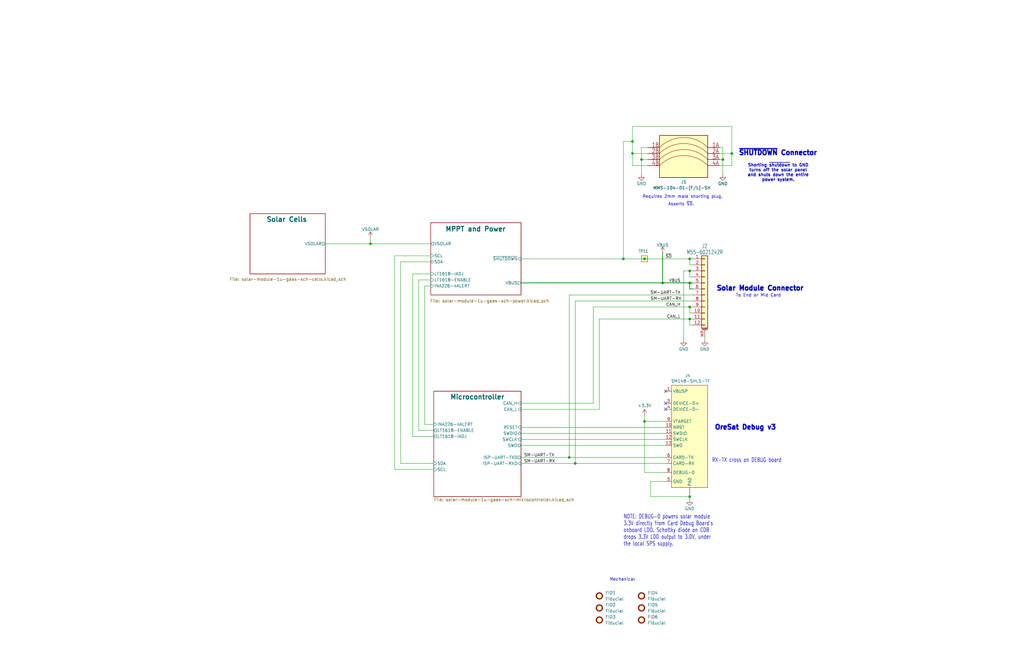
<source format=kicad_sch>
(kicad_sch (version 20250114) (generator "eeschema") (generator_version "9.0")
  (paper "USLedger")
  (title_block (title "OreSat Solar Module: GaAs + MCXN") (date "2026-02-23") (rev "1.1") (company "Portland State Aerospace Society"))
  (lib_symbols
    (symbol "Connector_Generic_MountingPin:Conn_01x12_MountingPin" (pin_names (offset 1.016) (hide yes))
      (property "Reference" "J" (at 0 15.24 0))
      (property "Value" "Conn_01x12_MountingPin" (at 1.27 -17.78 0))
      (symbol "Conn_01x12_MountingPin_1_1"
        (rectangle (start -1.27 13.97) (end 1.27 -16.51) (stroke (width 0.254)) (fill (type background)))
        (rectangle (start -1.27 12.827) (end 0 12.573) (stroke (width 0.1524)))
        (rectangle (start -1.27 10.287) (end 0 10.033) (stroke (width 0.1524)))
        (rectangle (start -1.27 7.747) (end 0 7.493) (stroke (width 0.1524)))
        (rectangle (start -1.27 5.207) (end 0 4.953) (stroke (width 0.1524)))
        (rectangle (start -1.27 2.667) (end 0 2.413) (stroke (width 0.1524)))
        (rectangle (start -1.27 0.127) (end 0 -0.127) (stroke (width 0.1524)))
        (rectangle (start -1.27 -2.413) (end 0 -2.667) (stroke (width 0.1524)))
        (rectangle (start -1.27 -4.953) (end 0 -5.207) (stroke (width 0.1524)))
        (rectangle (start -1.27 -7.493) (end 0 -7.747) (stroke (width 0.1524)))
        (rectangle (start -1.27 -10.033) (end 0 -10.287) (stroke (width 0.1524)))
        (rectangle (start -1.27 -12.573) (end 0 -12.827) (stroke (width 0.1524)))
        (rectangle (start -1.27 -15.113) (end 0 -15.367) (stroke (width 0.1524)))
        (polyline (pts (xy -1.016 -17.272) (xy 1.016 -17.272)) (stroke (width 0.1524)))
        (text "Mounting" (at 0 -16.891 0) (effects (font (size 0.381 0.381))))
        (pin passive line (at -5.08 12.7 0) (length 3.81) (name "Pin_1") (number "1"))
        (pin passive line (at -5.08 10.16 0) (length 3.81) (name "Pin_2") (number "2"))
        (pin passive line (at -5.08 7.62 0) (length 3.81) (name "Pin_3") (number "3"))
        (pin passive line (at -5.08 5.08 0) (length 3.81) (name "Pin_4") (number "4"))
        (pin passive line (at -5.08 2.54 0) (length 3.81) (name "Pin_5") (number "5"))
        (pin passive line (at -5.08 0 0) (length 3.81) (name "Pin_6") (number "6"))
        (pin passive line (at -5.08 -2.54 0) (length 3.81) (name "Pin_7") (number "7"))
        (pin passive line (at -5.08 -5.08 0) (length 3.81) (name "Pin_8") (number "8"))
        (pin passive line (at -5.08 -7.62 0) (length 3.81) (name "Pin_9") (number "9"))
        (pin passive line (at -5.08 -10.16 0) (length 3.81) (name "Pin_10") (number "10"))
        (pin passive line (at -5.08 -12.7 0) (length 3.81) (name "Pin_11") (number "11"))
        (pin passive line (at -5.08 -15.24 0) (length 3.81) (name "Pin_12") (number "12"))
        (pin passive line (at 0 -20.32 90) (length 3.048) (name "MountPin") (number "MP"))
      )
    )
    (symbol "Mechanical:Fiducial" (in_bom no)
      (property "Reference" "FID" (at 0 5.08 0))
      (property "Value" "Fiducial" (at 0 3.175 0))
      (symbol "Fiducial_0_1"
        (circle (center 0 0) (radius 1.27) (stroke (width 0.508)) (fill (type background)))
      )
    )
    (symbol "oresat-connectors:ORESAT-DEBUG-CONNECTOR-3"
      (property "Reference" "J" (at -7.62 25.4 0))
      (property "Value" "SM14B-SHLS-TF" (at -7.62 22.86 0))
      (symbol "ORESAT-DEBUG-CONNECTOR-3_1_0"
        (pin passive line (at 0 -24.13 90) (length 2.54) (name "PAD") (number "15"))
        (pin passive line (at 0 -24.13 90) (length 2.54) (hide yes) (name "PAD") (number "16"))
        (pin passive line (at 10.16 19.05 180) (length 2.54) (name "VBUSP") (number "1"))
        (pin passive line (at 10.16 19.05 180) (length 2.54) (hide yes) (name "VBUSP") (number "2"))
        (pin passive line (at 10.16 13.97 180) (length 2.54) (name "DEVICE-D+") (number "3"))
        (pin passive line (at 10.16 11.43 180) (length 2.54) (name "DEVICE-D-") (number "4"))
        (pin passive line (at 10.16 6.35 180) (length 2.54) (name "VTARGET") (number "9"))
        (pin passive line (at 10.16 3.81 180) (length 2.54) (name "NRST") (number "10"))
        (pin passive line (at 10.16 1.27 180) (length 2.54) (name "SWDIO") (number "11"))
        (pin passive line (at 10.16 -1.27 180) (length 2.54) (name "SWCLK") (number "12"))
        (pin passive line (at 10.16 -3.81 180) (length 2.54) (name "SWO") (number "13"))
        (pin passive line (at 10.16 -8.89 180) (length 2.54) (name "CARD-TX") (number "6"))
        (pin passive line (at 10.16 -11.43 180) (length 2.54) (name "CARD-RX") (number "7"))
        (pin passive line (at 10.16 -15.24 180) (length 2.54) (name "DEBUG-0") (number "8"))
        (pin passive line (at 10.16 -19.05 180) (length 2.54) (hide yes) (name "GND") (number "14"))
        (pin passive line (at 10.16 -19.05 180) (length 2.54) (name "GND") (number "5"))
      )
      (symbol "ORESAT-DEBUG-CONNECTOR-3_1_1"
        (rectangle (start -7.62 21.59) (end 7.62 -21.59) (fill (type color) (color 255 255 194 1)))
      )
    )
    (symbol "oresat-connectors:SAMTEC-MMS-104-02-X-SHJ"
      (property "Reference" "J" (at 0 5.08 0))
      (symbol "SAMTEC-MMS-104-02-X-SHJ_1_0"
        (arc (start 0 0) (mid 10.16 4.2084) (end 20.32 0) (stroke (width 0.1524)))
        (arc (start 0 -2.54) (mid 10.16 1.6684) (end 20.32 -2.54) (stroke (width 0.1524)))
        (arc (start 0 -5.08) (mid 10.16 -0.8716) (end 20.32 -5.08) (stroke (width 0.1524)))
        (arc (start 0 -7.62) (mid 10.16 -3.4116) (end 20.32 -7.62) (stroke (width 0.1524)))
        (text "1A" (at -4.78 0 0) (effects (font (size 1.778 1.5113)) (justify left bottom)))
        (text "2A" (at -4.78 -2.54 0) (effects (font (size 1.778 1.5113)) (justify left bottom)))
        (text "3A" (at -4.78 -5.08 0) (effects (font (size 1.778 1.5113)) (justify left bottom)))
        (text "4A" (at -4.78 -7.62 0) (effects (font (size 1.778 1.5113)) (justify left bottom)))
        (text "1B" (at 20.5 0 0) (effects (font (size 1.778 1.5113)) (justify left bottom)))
        (text "2B" (at 20.5 -2.54 0) (effects (font (size 1.778 1.5113)) (justify left bottom)))
        (text "3B" (at 20.5 -5.08 0) (effects (font (size 1.778 1.5113)) (justify left bottom)))
        (text "4B" (at 20.5 -7.62 0) (effects (font (size 1.778 1.5113)) (justify left bottom)))
        (pin passive line (at -5.08 0 0) (length 5.08) (name "1A") (number "1A"))
        (pin passive line (at -5.08 -2.54 0) (length 5.08) (name "2A") (number "2A"))
        (pin passive line (at -5.08 -5.08 0) (length 5.08) (name "3A") (number "3A"))
        (pin passive line (at -5.08 -7.62 0) (length 5.08) (name "4A") (number "4A"))
        (pin passive line (at 25.4 0 180) (length 5.08) (name "1B") (number "1B"))
        (pin passive line (at 25.4 -2.54 180) (length 5.08) (name "2B") (number "2B"))
        (pin passive line (at 25.4 -5.08 180) (length 5.08) (name "3B") (number "3B"))
        (pin passive line (at 25.4 -7.62 180) (length 5.08) (name "4B") (number "4B"))
      )
      (symbol "SAMTEC-MMS-104-02-X-SHJ_1_1"
        (rectangle (start 0 5.08) (end 20.32 -12.7) (stroke (width 0.254)) (fill (type background)))
      )
    )
    (symbol "oresat-misc:Test-Point-0.75mm-th" (exclude_from_sim yes) (in_bom no)
      (property "Reference" "TP" (at 0 2.54 0))
      (symbol "Test-Point-0.75mm-th_1_0"
        (pin passive line (at 0 0 0) (length 0) (name "1") (number "1"))
      )
      (symbol "Test-Point-0.75mm-th_1_1"
        (rectangle (start -1.27 1.27) (end 1.27 -1.27) (fill (type background)))
      )
    )
    (symbol "power:+3.3V" (power) (pin_numbers (hide yes)) (pin_names (offset 0) (hide yes))
      (property "Value" "+3.3V" (at 0 3.556 0))
      (symbol "+3.3V_0_1"
        (polyline (pts (xy -0.762 1.27) (xy 0 2.54)))
        (polyline (pts (xy 0 2.54) (xy 0.762 1.27)))
        (polyline (pts (xy 0 0) (xy 0 2.54)))
      )
      (symbol "+3.3V_1_1"
        (pin power_in line (at 0 0 90) (length 0) (name "~") (number "1"))
      )
    )
    (symbol "power:GND" (power) (pin_numbers (hide yes)) (pin_names (offset 0) (hide yes))
      (property "Value" "GND" (at 0 -3.81 0))
      (symbol "GND_0_1"
        (polyline (pts (xy 0 0) (xy 0 -1.27) (xy 1.27 -1.27) (xy 0 -2.54) (xy -1.27 -1.27) (xy 0 -1.27)))
      )
      (symbol "GND_1_1"
        (pin power_in line (at 0 0 270) (length 0) (name "~") (number "1"))
      )
    )
    (symbol "power:VBUS" (power) (pin_numbers (hide yes)) (pin_names (offset 0) (hide yes))
      (property "Value" "VBUS" (at 0 3.556 0))
      (symbol "VBUS_0_1"
        (polyline (pts (xy -0.762 1.27) (xy 0 2.54)))
        (polyline (pts (xy 0 2.54) (xy 0.762 1.27)))
        (polyline (pts (xy 0 0) (xy 0 2.54)))
      )
      (symbol "VBUS_1_1"
        (pin power_in line (at 0 0 90) (length 0) (name "~") (number "1"))
      )
    )
  )
  (text "RX-TX cross on DEBUG board" (at 300.228 195.326 0) (effects (font (size 1.778 1.27)) (justify left bottom)))
  (text "Mechanical" (at 257.048 245.364 0) (effects (font (size 1.27 1.27)) (justify left bottom)))
  (text "Asserts ~{SD}." (at 292.735 86.995 0) (effects (font (size 1.27 1.27)) (justify right bottom)))
  (text "Requires 2mm male shorting plug." (at 304.8 83.82 0) (effects (font (size 1.27 1.27)) (justify right bottom)))
  (text "OreSat Debug v3" (at 301.244 181.61 0) (effects (font (size 2 2) (thickness 0.6477) (bold yes)) (justify left bottom)))
  (text "Solar Module Connector" (at 302.006 122.936 0) (effects (font (size 2 2) (thickness 0.6477) (bold yes)) (justify left bottom)))
  (text "Shorting ~{shutdown} to GND\nturns off the solar panel\nand shuts down the entire\npower system." (at 328.168 72.898 0) (effects (font (size 1.27 1.27) (thickness 0.254) (bold yes))))
  (text "To End or Mid Card" (at 319.786 124.714 0) (effects (font (size 1.27 1.27) (thickness 0.1588))))
  (text "NOTE: DEBUG-0 powers solar module\n3.3V directly from Card Debug Board's\nonboard LDO. Schottky diode on CDB\ndrops 3.3V LDO output to 3.0V, under\nthe local SPS supply." (at 262.89 230.632 0) (effects (font (size 1.778 1.27)) (justify left bottom)))
  (text "~{SHUTDOWN} Connector\n" (at 311.404 65.786 0) (effects (font (size 2 2) (thickness 0.6477) (bold yes)) (justify left bottom)))
  (junction (at 290.83 114.3))
  (junction (at 156.21 102.87))
  (junction (at 271.78 109.22))
  (junction (at 242.57 195.58))
  (junction (at 266.7 64.77))
  (junction (at 240.03 193.04))
  (junction (at 290.83 129.54))
  (junction (at 290.83 209.55))
  (junction (at 271.78 177.8))
  (junction (at 304.8 67.31))
  (junction (at 290.83 109.22))
  (junction (at 262.89 109.22))
  (junction (at 290.83 119.38))
  (junction (at 290.83 134.62))
  (junction (at 266.7 59.69))
  (junction (at 279.4 119.38))
  (junction (at 270.51 67.31))
  (junction (at 308.61 64.77))
  (no_connect (at 280.67 172.72))
  (no_connect (at 280.67 165.1))
  (no_connect (at 280.67 170.18))
  (wire (pts (xy 303.53 69.85) (xy 308.61 69.85)) (stroke (width 0.1524)))
  (wire (pts (xy 219.71 193.04) (xy 240.03 193.04)))
  (wire (pts (xy 181.61 120.65) (xy 179.07 120.65)))
  (wire (pts (xy 308.61 53.34) (xy 266.7 53.34)) (stroke (width 0.1524)))
  (wire (pts (xy 250.19 170.18) (xy 250.19 129.54)))
  (wire (pts (xy 179.07 120.65) (xy 179.07 179.07)))
  (wire (pts (xy 290.83 121.92) (xy 292.1 121.92)) (stroke (width 0.3048)))
  (wire (pts (xy 219.71 172.72) (xy 252.73 172.72)))
  (wire (pts (xy 280.67 203.2) (xy 274.32 203.2)))
  (wire (pts (xy 274.32 209.55) (xy 290.83 209.55)))
  (wire (pts (xy 219.71 109.22) (xy 262.89 109.22)) (stroke (width 0.1524)))
  (wire (pts (xy 290.83 114.3) (xy 290.83 116.84)))
  (wire (pts (xy 273.05 67.31) (xy 270.51 67.31)) (stroke (width 0.1524)))
  (wire (pts (xy 304.8 67.31) (xy 304.8 62.23)) (stroke (width 0.1524)))
  (wire (pts (xy 288.29 114.3) (xy 290.83 114.3)) (stroke (width 0.1524)))
  (wire (pts (xy 271.78 177.8) (xy 271.78 175.26)))
  (wire (pts (xy 290.83 134.62) (xy 292.1 134.62)))
  (wire (pts (xy 219.71 170.18) (xy 250.19 170.18)))
  (wire (pts (xy 219.71 185.42) (xy 280.67 185.42)))
  (wire (pts (xy 252.73 172.72) (xy 252.73 134.62)))
  (wire (pts (xy 219.71 180.34) (xy 280.67 180.34)))
  (wire (pts (xy 156.21 100.33) (xy 156.21 102.87)))
  (wire (pts (xy 288.29 114.3) (xy 288.29 125.73)) (stroke (width 0.1524)))
  (wire (pts (xy 166.37 198.12) (xy 182.88 198.12)))
  (wire (pts (xy 166.37 107.95) (xy 166.37 198.12)))
  (wire (pts (xy 290.83 137.16) (xy 290.83 134.62)))
  (wire (pts (xy 179.07 179.07) (xy 182.88 179.07)))
  (wire (pts (xy 292.1 137.16) (xy 290.83 137.16)))
  (wire (pts (xy 242.57 195.58) (xy 242.57 127)))
  (wire (pts (xy 242.57 127) (xy 292.1 127)))
  (wire (pts (xy 219.71 195.58) (xy 242.57 195.58)))
  (wire (pts (xy 181.61 118.11) (xy 176.53 118.11)))
  (wire (pts (xy 219.71 187.96) (xy 280.67 187.96)))
  (wire (pts (xy 266.7 59.69) (xy 262.89 59.69)) (stroke (width 0.1524)))
  (wire (pts (xy 304.8 73.66) (xy 304.8 67.31)) (stroke (width 0.1524)))
  (wire (pts (xy 292.1 111.76) (xy 290.83 111.76)))
  (wire (pts (xy 271.78 109.22) (xy 290.83 109.22)) (stroke (width 0.1524)))
  (wire (pts (xy 176.53 118.11) (xy 176.53 181.61)))
  (wire (pts (xy 290.83 119.38) (xy 290.83 121.92)) (stroke (width 0.3048)))
  (wire (pts (xy 240.03 124.46) (xy 292.1 124.46)))
  (wire (pts (xy 168.91 110.49) (xy 168.91 195.58)))
  (wire (pts (xy 266.7 69.85) (xy 266.7 64.77)) (stroke (width 0.1524)))
  (wire (pts (xy 250.19 129.54) (xy 290.83 129.54)))
  (wire (pts (xy 176.53 181.61) (xy 182.88 181.61)))
  (wire (pts (xy 290.83 208.28) (xy 290.83 209.55)))
  (wire (pts (xy 270.51 62.23) (xy 270.51 67.31)) (stroke (width 0.1524)))
  (wire (pts (xy 290.83 109.22) (xy 292.1 109.22)))
  (wire (pts (xy 219.71 119.38) (xy 279.4 119.38)) (stroke (width 0.3048)))
  (wire (pts (xy 279.4 106.68) (xy 279.4 119.38)) (stroke (width 0.3048)))
  (wire (pts (xy 292.1 132.08) (xy 290.83 132.08)))
  (wire (pts (xy 266.7 59.69) (xy 266.7 64.77)) (stroke (width 0.1524)))
  (wire (pts (xy 173.99 115.57) (xy 173.99 184.15)))
  (wire (pts (xy 181.61 107.95) (xy 166.37 107.95)))
  (wire (pts (xy 274.32 203.2) (xy 274.32 209.55)))
  (wire (pts (xy 290.83 119.38) (xy 292.1 119.38)) (stroke (width 0.3048)))
  (wire (pts (xy 308.61 64.77) (xy 303.53 64.77)) (stroke (width 0.1524)))
  (wire (pts (xy 290.83 129.54) (xy 290.83 132.08)))
  (wire (pts (xy 304.8 62.23) (xy 303.53 62.23)) (stroke (width 0.1524)))
  (wire (pts (xy 290.83 210.82) (xy 290.83 209.55)))
  (wire (pts (xy 273.05 69.85) (xy 266.7 69.85)) (stroke (width 0.1524)))
  (wire (pts (xy 173.99 184.15) (xy 182.88 184.15)))
  (wire (pts (xy 242.57 195.58) (xy 280.67 195.58)))
  (wire (pts (xy 308.61 64.77) (xy 308.61 53.34)) (stroke (width 0.1524)))
  (wire (pts (xy 273.05 62.23) (xy 270.51 62.23)) (stroke (width 0.1524)))
  (wire (pts (xy 290.83 116.84) (xy 292.1 116.84)))
  (wire (pts (xy 262.89 59.69) (xy 262.89 109.22)) (stroke (width 0.1524)))
  (wire (pts (xy 266.7 64.77) (xy 273.05 64.77)) (stroke (width 0.1524)))
  (wire (pts (xy 181.61 110.49) (xy 168.91 110.49)))
  (wire (pts (xy 297.18 143.51) (xy 297.18 142.24)))
  (wire (pts (xy 271.78 199.39) (xy 280.67 199.39)))
  (wire (pts (xy 168.91 195.58) (xy 182.88 195.58)))
  (wire (pts (xy 181.61 115.57) (xy 173.99 115.57)))
  (wire (pts (xy 279.4 119.38) (xy 290.83 119.38)) (stroke (width 0.3048)))
  (wire (pts (xy 240.03 193.04) (xy 240.03 124.46)))
  (wire (pts (xy 308.61 69.85) (xy 308.61 64.77)) (stroke (width 0.1524)))
  (wire (pts (xy 288.29 125.73) (xy 288.29 143.51)))
  (wire (pts (xy 292.1 114.3) (xy 290.83 114.3)))
  (wire (pts (xy 266.7 53.34) (xy 266.7 59.69)) (stroke (width 0.1524)))
  (wire (pts (xy 252.73 134.62) (xy 290.83 134.62)))
  (wire (pts (xy 262.89 109.22) (xy 271.78 109.22)) (stroke (width 0.1524)))
  (wire (pts (xy 271.78 177.8) (xy 280.67 177.8)))
  (wire (pts (xy 271.78 199.39) (xy 271.78 177.8)))
  (wire (pts (xy 304.8 67.31) (xy 303.53 67.31)) (stroke (width 0.1524)))
  (wire (pts (xy 137.16 102.87) (xy 156.21 102.87)))
  (wire (pts (xy 181.61 102.87) (xy 156.21 102.87)))
  (wire (pts (xy 290.83 129.54) (xy 292.1 129.54)))
  (wire (pts (xy 270.51 67.31) (xy 270.51 73.66)) (stroke (width 0.1524)))
  (wire (pts (xy 240.03 193.04) (xy 280.67 193.04)))
  (wire (pts (xy 219.71 182.88) (xy 280.67 182.88)))
  (wire (pts (xy 290.83 111.76) (xy 290.83 109.22)))
  (label "SM-UART-TX" (at 287.02 124.46 180))
  (label "~{SD}" (at 280.6481 109.22 0))
  (label "CAN_H" (at 287.02 129.54 180))
  (label "SM-UART-RX" (at 274.2812 127 0))
  (label "CAN_L" (at 287.02 134.62 180))
  (label "VBUS" (at 287.02 119.38 180) (effects (font (size 1.2446 1.2446))))
  (label "SM-UART-TX" (at 220.98 193.04 0))
  (label "SM-UART-RX" (at 220.98 195.58 0))
  (symbol (lib_id "oresat-misc:Test-Point-0.75mm-th") (at 271.78 109.22 0) (mirror y) (unit 1) (in_bom no)
    (property "Reference" "TP11" (at 269.24 106.68 0) (effects (font (size 1.27 1.0795)) (justify right bottom)))
    (property "Value" "TEST-POINT-LARGE-SQUARE" (effects (hide yes)))
    (property "Footprint" "oresat-misc:TestPoint-0.75mm-th" (effects (hide yes)))
    (property "Description" "0.75 mm TH test point; good for scope probes and jumpers" (effects (hide yes)))
  )
  (symbol (lib_id "Connector_Generic_MountingPin:Conn_01x12_MountingPin") (at 297.18 121.92 0) (unit 1)
    (property "Reference" "J2" (at 297.18 103.886 0) (effects (font (size 1.778 1.27))))
    (property "Value" "M55-6021242R" (at 297.18 106.426 0) (effects (font (size 1.778 1.27))))
    (property "Footprint" "oresat-connectors:J-Harwin-M55-60X1242R" (effects (hide yes)))
    (property "Datasheet" "https://content.harwin.com/m/2cac2cb517718988/original/PD010-Product-Datasheet-KONTROL-M55-range-BBi.pdf" (effects (hide yes)))
    (property "Description" "Generic connectable mounting pin connector, single row, 01x12, script generated (kicad-library-utils/schlib/autogen/connector/)" (effects (hide yes)))
    (property "DIS" "DigiKey" (effects (hide yes)))
    (property "DPN" "952-3851-2-ND" (effects (hide yes)))
    (property "MFR" "Harwin" (effects (hide yes)))
    (property "MPN" "M55-6021242R" (effects (hide yes)))
  )
  (symbol (lib_id "Mechanical:Fiducial") (at 252.73 256.54 0) (unit 1) (in_bom no)
    (property "Reference" "FID2" (at 255.27 255.2699 0) (effects (justify left)))
    (property "Value" "Fiducial" (at 255.27 257.8099 0) (effects (justify left)))
    (property "Footprint" "Fiducial:Fiducial_1mm_Mask2mm" (effects (hide yes)))
    (property "Description" "Fiducial Marker" (effects (hide yes)))
  )
  (symbol (lib_id "Mechanical:Fiducial") (at 270.51 256.54 0) (unit 1) (in_bom no)
    (property "Reference" "FID5" (at 273.05 255.2699 0) (effects (justify left)))
    (property "Value" "Fiducial" (at 273.05 257.8099 0) (effects (justify left)))
    (property "Footprint" "Fiducial:Fiducial_1mm_Mask2mm" (effects (hide yes)))
    (property "Description" "Fiducial Marker" (effects (hide yes)))
  )
  (symbol (lib_id "power:VBUS") (at 156.21 100.33 0) (unit 1)
    (property "Reference" "#PWR061" (effects (hide yes)))
    (property "Value" "VSOLAR" (at 156.21 96.774 0))
    (property "Description" "Power symbol creates a global label with name \"VSOLAR\"" (effects (hide yes)))
  )
  (symbol (lib_id "power:GND") (at 270.51 73.66 0) (mirror y) (unit 1)
    (property "Reference" "#PWR03" (effects (hide yes)))
    (property "Value" "GND" (at 270.51 77.47 0))
    (property "Description" "Power symbol creates a global label with name \"GND\" , ground" (effects (hide yes)))
  )
  (symbol (lib_id "power:GND") (at 290.83 210.82 0) (unit 1)
    (property "Reference" "#PWR05" (effects (hide yes)))
    (property "Value" "GND" (at 290.83 214.63 0))
    (property "Description" "Power symbol creates a global label with name \"GND\" , ground" (effects (hide yes)))
  )
  (symbol (lib_id "oresat-connectors:SAMTEC-MMS-104-02-X-SHJ") (at 298.45 62.23 0) (mirror y) (unit 1)
    (property "Reference" "J1" (at 289.56 77.47 0) (effects (justify left bottom)))
    (property "Value" "MMS-104-01-[F/L]-SH" (at 299.72 80.01 0) (effects (justify left bottom)))
    (property "Footprint" "oresat-connectors:SAMTEC-MMS-104-02-X-SH" (effects (hide yes)))
    (property "Datasheet" "https://mm.digikey.com/Volume0/opasdata/d220001/medias/docus/6129/mms-1xx-02-xxx-xx-xx-xx-x-xx-mkt.pdf" (effects (hide yes)))
    (property "Description" "4 Position Receptacle Connector 0.079\" (2.00mm) Surface Mount, Right Angle Gold" (effects (hide yes)))
    (property "DIS" "DIgiKey" (effects (hide yes)))
    (property "DPN" "MMS-104-02-L-SH-ND" (effects (hide yes)))
    (property "MFR" "Samtec" (effects (hide yes)))
    (property "MPN" "  MMS-104-02-L-SH" (effects (hide yes)))
  )
  (symbol (lib_id "power:GND") (at 288.29 143.51 0) (unit 1)
    (property "Reference" "#PWR01" (effects (hide yes)))
    (property "Value" "GND" (at 288.29 147.32 0))
    (property "Description" "Power symbol creates a global label with name \"GND\" , ground" (effects (hide yes)))
  )
  (symbol (lib_id "power:+3.3V") (at 271.78 175.26 0) (mirror y) (unit 1)
    (property "Reference" "#PWR040" (effects (hide yes)))
    (property "Value" "+3.3V" (at 271.78 171.1269 0))
    (property "Description" "Power symbol creates a global label with name \"+3.3V\"" (effects (hide yes)))
  )
  (symbol (lib_id "power:GND") (at 304.8 73.66 0) (mirror y) (unit 1)
    (property "Reference" "#PWR04" (effects (hide yes)))
    (property "Value" "GND" (at 304.8 77.47 0))
    (property "Description" "Power symbol creates a global label with name \"GND\" , ground" (effects (hide yes)))
  )
  (symbol (lib_id "Mechanical:Fiducial") (at 252.73 261.62 0) (unit 1) (in_bom no)
    (property "Reference" "FID3" (at 255.27 260.3499 0) (effects (justify left)))
    (property "Value" "Fiducial" (at 255.27 262.8899 0) (effects (justify left)))
    (property "Footprint" "Fiducial:Fiducial_1mm_Mask2mm" (effects (hide yes)))
    (property "Description" "Fiducial Marker" (effects (hide yes)))
  )
  (symbol (lib_id "Mechanical:Fiducial") (at 270.51 251.46 0) (unit 1) (in_bom no)
    (property "Reference" "FID4" (at 273.05 250.1899 0) (effects (justify left)))
    (property "Value" "Fiducial" (at 273.05 252.7299 0) (effects (justify left)))
    (property "Footprint" "Fiducial:Fiducial_1mm_Mask2mm" (effects (hide yes)))
    (property "Description" "Fiducial Marker" (effects (hide yes)))
  )
  (symbol (lib_id "Mechanical:Fiducial") (at 252.73 251.46 0) (unit 1) (in_bom no)
    (property "Reference" "FID1" (at 255.27 250.1899 0) (effects (justify left)))
    (property "Value" "Fiducial" (at 255.27 252.7299 0) (effects (justify left)))
    (property "Footprint" "Fiducial:Fiducial_1mm_Mask2mm" (effects (hide yes)))
    (property "Description" "Fiducial Marker" (effects (hide yes)))
  )
  (symbol (lib_id "oresat-connectors:ORESAT-DEBUG-CONNECTOR-3") (at 290.83 184.15 0) (mirror y) (unit 1)
    (property "Reference" "J4" (at 288.798 158.496 0) (effects (justify right)))
    (property "Value" "SM14B-SHLS-TF" (at 282.956 160.782 0) (effects (justify right)))
    (property "Footprint" "oresat-connectors:J-JST-SM14BSHLSTF" (effects (hide yes)))
    (property "Datasheet" "https://www.jst-mfg.com/product/pdf/eng/eSHL.pdf" (effects (hide yes)))
    (property "Description" "Connector Header Surface Mount, Right Angle 14 position 0.039\" (1.00mm)" (effects (hide yes)))
    (property "MFR" "JST" (effects (hide yes)))
    (property "MPN" "SM14B-SHLS-TF" (effects (hide yes)))
    (property "DIS" "DigiKey" (effects (hide yes)))
    (property "DPN" "455-SM14B-SHLS-TFCT-ND" (effects (hide yes)))
  )
  (symbol (lib_id "power:GND") (at 297.18 143.51 0) (unit 1)
    (property "Reference" "#PWR02" (effects (hide yes)))
    (property "Value" "GND" (at 297.18 147.32 0))
    (property "Description" "Power symbol creates a global label with name \"GND\" , ground" (effects (hide yes)))
  )
  (symbol (lib_id "power:VBUS") (at 279.4 106.68 0) (unit 1)
    (property "Reference" "#PWR051" (effects (hide yes)))
    (property "Value" "VBUS" (at 279.4 103.378 0))
    (property "Description" "Power symbol creates a global label with name \"VBUS\"" (effects (hide yes)))
  )
  (symbol (lib_id "Mechanical:Fiducial") (at 270.51 261.62 0) (unit 1) (in_bom no)
    (property "Reference" "FID6" (at 273.05 260.3499 0) (effects (justify left)))
    (property "Value" "Fiducial" (at 273.05 262.8899 0) (effects (justify left)))
    (property "Footprint" "Fiducial:Fiducial_1mm_Mask2mm" (effects (hide yes)))
    (property "Description" "Fiducial Marker" (effects (hide yes)))
  )
  (sheet (at 181.61 93.98) (size 38.1 30.48)
    (property "Sheetname" "MPPT and Power" (at 187.706 97.79 0) (effects (font (size 2 2) (bold yes)) (justify left bottom)))
    (property "Sheetfile" "solar-module-1u-gaas-sch-power.kicad_sch" (at 181.356 126.238 0) (effects (justify left top)))
    (pin "INA226-nALERT" input (at 181.61 120.65 180))
    (pin "LT1618-ENABLE" input (at 181.61 118.11 180))
    (pin "LT1618-IADJ" input (at 181.61 115.57 180))
    (pin "~{SHUTDOWN}" input (at 219.71 109.22 0))
    (pin "SCL" input (at 181.61 107.95 180))
    (pin "SDA" bidirectional (at 181.61 110.49 180))
    (pin "VSOLAR" output (at 181.61 102.87 180))
    (pin "VBUS" output (at 219.71 119.38 0))
  )
  (sheet (at 182.88 165.1) (size 36.83 44.45)
    (property "Sheetname" "Microcontroller" (at 189.738 168.656 0) (effects (font (size 2 2) (bold yes)) (justify left bottom)))
    (property "Sheetfile" "solar-module-1u-gaas-sch-microcontroller.kicad_sch" (at 182.88 210.1346 0) (effects (justify left top)))
    (pin "CAN_H" input (at 219.71 170.18 0))
    (pin "CAN_L" input (at 219.71 172.72 0))
    (pin "INA226-nALERT" input (at 182.88 179.07 180))
    (pin "ISP-UART-RXD" input (at 219.71 195.58 0))
    (pin "ISP-UART-TXD" output (at 219.71 193.04 0))
    (pin "LT1618-ENABLE" output (at 182.88 181.61 180))
    (pin "LT1618-IADJ" output (at 182.88 184.15 180))
    (pin "RESET" input (at 219.71 180.34 0))
    (pin "SCL" input (at 182.88 198.12 180))
    (pin "SDA" input (at 182.88 195.58 180))
    (pin "SWCLK" input (at 219.71 185.42 0))
    (pin "SWDIO" bidirectional (at 219.71 182.88 0))
    (pin "SWO" output (at 219.71 187.96 0))
  )
  (sheet (at 105.41 90.17) (size 31.75 25.4) (stroke (width 0.1524))
    (property "Sheetname" "Solar Cells" (at 112.268 93.726 0) (effects (font (size 2 2) (bold yes)) (justify left bottom)))
    (property "Sheetfile" "solar-module-1u-gaas-sch-cells.kicad_sch" (at 96.774 117.094 0) (effects (justify left top)))
    (pin "VSOLAR" output (at 137.16 102.87 0))
  )
)
</source>
